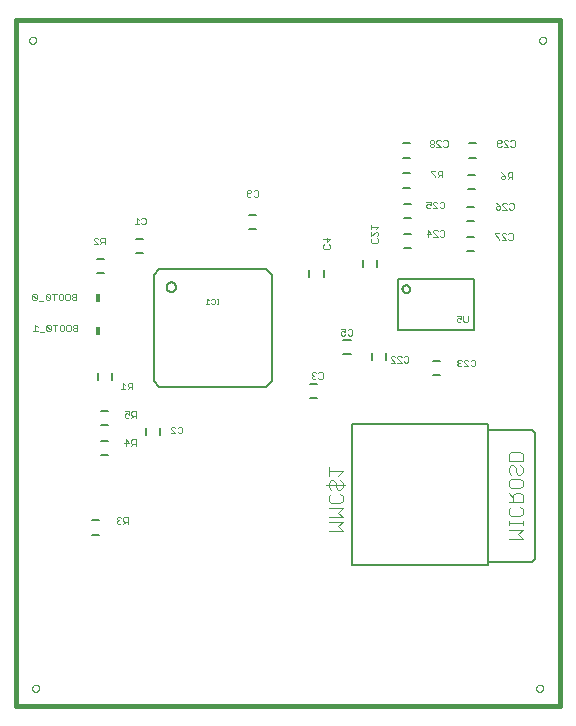
<source format=gbo>
G75*
%MOIN*%
%OFA0B0*%
%FSLAX25Y25*%
%IPPOS*%
%LPD*%
%AMOC8*
5,1,8,0,0,1.08239X$1,22.5*
%
%ADD10C,0.00000*%
%ADD11C,0.01600*%
%ADD12C,0.00600*%
%ADD13C,0.00200*%
%ADD14C,0.00800*%
%ADD15R,0.01800X0.03000*%
%ADD16C,0.00400*%
%ADD17C,0.00500*%
%ADD18C,0.00300*%
D10*
X0001900Y0002100D02*
X0001900Y0230801D01*
X0001900Y0231100D02*
X0183071Y0231100D01*
X0183071Y0002100D01*
X0001900Y0002100D01*
X0007219Y0008100D02*
X0007221Y0008169D01*
X0007227Y0008237D01*
X0007237Y0008305D01*
X0007251Y0008372D01*
X0007269Y0008439D01*
X0007290Y0008504D01*
X0007316Y0008568D01*
X0007345Y0008630D01*
X0007377Y0008690D01*
X0007413Y0008749D01*
X0007453Y0008805D01*
X0007495Y0008859D01*
X0007541Y0008910D01*
X0007590Y0008959D01*
X0007641Y0009005D01*
X0007695Y0009047D01*
X0007751Y0009087D01*
X0007809Y0009123D01*
X0007870Y0009155D01*
X0007932Y0009184D01*
X0007996Y0009210D01*
X0008061Y0009231D01*
X0008128Y0009249D01*
X0008195Y0009263D01*
X0008263Y0009273D01*
X0008331Y0009279D01*
X0008400Y0009281D01*
X0008469Y0009279D01*
X0008537Y0009273D01*
X0008605Y0009263D01*
X0008672Y0009249D01*
X0008739Y0009231D01*
X0008804Y0009210D01*
X0008868Y0009184D01*
X0008930Y0009155D01*
X0008990Y0009123D01*
X0009049Y0009087D01*
X0009105Y0009047D01*
X0009159Y0009005D01*
X0009210Y0008959D01*
X0009259Y0008910D01*
X0009305Y0008859D01*
X0009347Y0008805D01*
X0009387Y0008749D01*
X0009423Y0008690D01*
X0009455Y0008630D01*
X0009484Y0008568D01*
X0009510Y0008504D01*
X0009531Y0008439D01*
X0009549Y0008372D01*
X0009563Y0008305D01*
X0009573Y0008237D01*
X0009579Y0008169D01*
X0009581Y0008100D01*
X0009579Y0008031D01*
X0009573Y0007963D01*
X0009563Y0007895D01*
X0009549Y0007828D01*
X0009531Y0007761D01*
X0009510Y0007696D01*
X0009484Y0007632D01*
X0009455Y0007570D01*
X0009423Y0007509D01*
X0009387Y0007451D01*
X0009347Y0007395D01*
X0009305Y0007341D01*
X0009259Y0007290D01*
X0009210Y0007241D01*
X0009159Y0007195D01*
X0009105Y0007153D01*
X0009049Y0007113D01*
X0008991Y0007077D01*
X0008930Y0007045D01*
X0008868Y0007016D01*
X0008804Y0006990D01*
X0008739Y0006969D01*
X0008672Y0006951D01*
X0008605Y0006937D01*
X0008537Y0006927D01*
X0008469Y0006921D01*
X0008400Y0006919D01*
X0008331Y0006921D01*
X0008263Y0006927D01*
X0008195Y0006937D01*
X0008128Y0006951D01*
X0008061Y0006969D01*
X0007996Y0006990D01*
X0007932Y0007016D01*
X0007870Y0007045D01*
X0007809Y0007077D01*
X0007751Y0007113D01*
X0007695Y0007153D01*
X0007641Y0007195D01*
X0007590Y0007241D01*
X0007541Y0007290D01*
X0007495Y0007341D01*
X0007453Y0007395D01*
X0007413Y0007451D01*
X0007377Y0007509D01*
X0007345Y0007570D01*
X0007316Y0007632D01*
X0007290Y0007696D01*
X0007269Y0007761D01*
X0007251Y0007828D01*
X0007237Y0007895D01*
X0007227Y0007963D01*
X0007221Y0008031D01*
X0007219Y0008100D01*
X0175219Y0008100D02*
X0175221Y0008169D01*
X0175227Y0008237D01*
X0175237Y0008305D01*
X0175251Y0008372D01*
X0175269Y0008439D01*
X0175290Y0008504D01*
X0175316Y0008568D01*
X0175345Y0008630D01*
X0175377Y0008690D01*
X0175413Y0008749D01*
X0175453Y0008805D01*
X0175495Y0008859D01*
X0175541Y0008910D01*
X0175590Y0008959D01*
X0175641Y0009005D01*
X0175695Y0009047D01*
X0175751Y0009087D01*
X0175809Y0009123D01*
X0175870Y0009155D01*
X0175932Y0009184D01*
X0175996Y0009210D01*
X0176061Y0009231D01*
X0176128Y0009249D01*
X0176195Y0009263D01*
X0176263Y0009273D01*
X0176331Y0009279D01*
X0176400Y0009281D01*
X0176469Y0009279D01*
X0176537Y0009273D01*
X0176605Y0009263D01*
X0176672Y0009249D01*
X0176739Y0009231D01*
X0176804Y0009210D01*
X0176868Y0009184D01*
X0176930Y0009155D01*
X0176990Y0009123D01*
X0177049Y0009087D01*
X0177105Y0009047D01*
X0177159Y0009005D01*
X0177210Y0008959D01*
X0177259Y0008910D01*
X0177305Y0008859D01*
X0177347Y0008805D01*
X0177387Y0008749D01*
X0177423Y0008690D01*
X0177455Y0008630D01*
X0177484Y0008568D01*
X0177510Y0008504D01*
X0177531Y0008439D01*
X0177549Y0008372D01*
X0177563Y0008305D01*
X0177573Y0008237D01*
X0177579Y0008169D01*
X0177581Y0008100D01*
X0177579Y0008031D01*
X0177573Y0007963D01*
X0177563Y0007895D01*
X0177549Y0007828D01*
X0177531Y0007761D01*
X0177510Y0007696D01*
X0177484Y0007632D01*
X0177455Y0007570D01*
X0177423Y0007509D01*
X0177387Y0007451D01*
X0177347Y0007395D01*
X0177305Y0007341D01*
X0177259Y0007290D01*
X0177210Y0007241D01*
X0177159Y0007195D01*
X0177105Y0007153D01*
X0177049Y0007113D01*
X0176991Y0007077D01*
X0176930Y0007045D01*
X0176868Y0007016D01*
X0176804Y0006990D01*
X0176739Y0006969D01*
X0176672Y0006951D01*
X0176605Y0006937D01*
X0176537Y0006927D01*
X0176469Y0006921D01*
X0176400Y0006919D01*
X0176331Y0006921D01*
X0176263Y0006927D01*
X0176195Y0006937D01*
X0176128Y0006951D01*
X0176061Y0006969D01*
X0175996Y0006990D01*
X0175932Y0007016D01*
X0175870Y0007045D01*
X0175809Y0007077D01*
X0175751Y0007113D01*
X0175695Y0007153D01*
X0175641Y0007195D01*
X0175590Y0007241D01*
X0175541Y0007290D01*
X0175495Y0007341D01*
X0175453Y0007395D01*
X0175413Y0007451D01*
X0175377Y0007509D01*
X0175345Y0007570D01*
X0175316Y0007632D01*
X0175290Y0007696D01*
X0175269Y0007761D01*
X0175251Y0007828D01*
X0175237Y0007895D01*
X0175227Y0007963D01*
X0175221Y0008031D01*
X0175219Y0008100D01*
X0176219Y0224100D02*
X0176221Y0224169D01*
X0176227Y0224237D01*
X0176237Y0224305D01*
X0176251Y0224372D01*
X0176269Y0224439D01*
X0176290Y0224504D01*
X0176316Y0224568D01*
X0176345Y0224630D01*
X0176377Y0224690D01*
X0176413Y0224749D01*
X0176453Y0224805D01*
X0176495Y0224859D01*
X0176541Y0224910D01*
X0176590Y0224959D01*
X0176641Y0225005D01*
X0176695Y0225047D01*
X0176751Y0225087D01*
X0176809Y0225123D01*
X0176870Y0225155D01*
X0176932Y0225184D01*
X0176996Y0225210D01*
X0177061Y0225231D01*
X0177128Y0225249D01*
X0177195Y0225263D01*
X0177263Y0225273D01*
X0177331Y0225279D01*
X0177400Y0225281D01*
X0177469Y0225279D01*
X0177537Y0225273D01*
X0177605Y0225263D01*
X0177672Y0225249D01*
X0177739Y0225231D01*
X0177804Y0225210D01*
X0177868Y0225184D01*
X0177930Y0225155D01*
X0177990Y0225123D01*
X0178049Y0225087D01*
X0178105Y0225047D01*
X0178159Y0225005D01*
X0178210Y0224959D01*
X0178259Y0224910D01*
X0178305Y0224859D01*
X0178347Y0224805D01*
X0178387Y0224749D01*
X0178423Y0224690D01*
X0178455Y0224630D01*
X0178484Y0224568D01*
X0178510Y0224504D01*
X0178531Y0224439D01*
X0178549Y0224372D01*
X0178563Y0224305D01*
X0178573Y0224237D01*
X0178579Y0224169D01*
X0178581Y0224100D01*
X0178579Y0224031D01*
X0178573Y0223963D01*
X0178563Y0223895D01*
X0178549Y0223828D01*
X0178531Y0223761D01*
X0178510Y0223696D01*
X0178484Y0223632D01*
X0178455Y0223570D01*
X0178423Y0223509D01*
X0178387Y0223451D01*
X0178347Y0223395D01*
X0178305Y0223341D01*
X0178259Y0223290D01*
X0178210Y0223241D01*
X0178159Y0223195D01*
X0178105Y0223153D01*
X0178049Y0223113D01*
X0177991Y0223077D01*
X0177930Y0223045D01*
X0177868Y0223016D01*
X0177804Y0222990D01*
X0177739Y0222969D01*
X0177672Y0222951D01*
X0177605Y0222937D01*
X0177537Y0222927D01*
X0177469Y0222921D01*
X0177400Y0222919D01*
X0177331Y0222921D01*
X0177263Y0222927D01*
X0177195Y0222937D01*
X0177128Y0222951D01*
X0177061Y0222969D01*
X0176996Y0222990D01*
X0176932Y0223016D01*
X0176870Y0223045D01*
X0176809Y0223077D01*
X0176751Y0223113D01*
X0176695Y0223153D01*
X0176641Y0223195D01*
X0176590Y0223241D01*
X0176541Y0223290D01*
X0176495Y0223341D01*
X0176453Y0223395D01*
X0176413Y0223451D01*
X0176377Y0223509D01*
X0176345Y0223570D01*
X0176316Y0223632D01*
X0176290Y0223696D01*
X0176269Y0223761D01*
X0176251Y0223828D01*
X0176237Y0223895D01*
X0176227Y0223963D01*
X0176221Y0224031D01*
X0176219Y0224100D01*
X0006219Y0224100D02*
X0006221Y0224169D01*
X0006227Y0224237D01*
X0006237Y0224305D01*
X0006251Y0224372D01*
X0006269Y0224439D01*
X0006290Y0224504D01*
X0006316Y0224568D01*
X0006345Y0224630D01*
X0006377Y0224690D01*
X0006413Y0224749D01*
X0006453Y0224805D01*
X0006495Y0224859D01*
X0006541Y0224910D01*
X0006590Y0224959D01*
X0006641Y0225005D01*
X0006695Y0225047D01*
X0006751Y0225087D01*
X0006809Y0225123D01*
X0006870Y0225155D01*
X0006932Y0225184D01*
X0006996Y0225210D01*
X0007061Y0225231D01*
X0007128Y0225249D01*
X0007195Y0225263D01*
X0007263Y0225273D01*
X0007331Y0225279D01*
X0007400Y0225281D01*
X0007469Y0225279D01*
X0007537Y0225273D01*
X0007605Y0225263D01*
X0007672Y0225249D01*
X0007739Y0225231D01*
X0007804Y0225210D01*
X0007868Y0225184D01*
X0007930Y0225155D01*
X0007990Y0225123D01*
X0008049Y0225087D01*
X0008105Y0225047D01*
X0008159Y0225005D01*
X0008210Y0224959D01*
X0008259Y0224910D01*
X0008305Y0224859D01*
X0008347Y0224805D01*
X0008387Y0224749D01*
X0008423Y0224690D01*
X0008455Y0224630D01*
X0008484Y0224568D01*
X0008510Y0224504D01*
X0008531Y0224439D01*
X0008549Y0224372D01*
X0008563Y0224305D01*
X0008573Y0224237D01*
X0008579Y0224169D01*
X0008581Y0224100D01*
X0008579Y0224031D01*
X0008573Y0223963D01*
X0008563Y0223895D01*
X0008549Y0223828D01*
X0008531Y0223761D01*
X0008510Y0223696D01*
X0008484Y0223632D01*
X0008455Y0223570D01*
X0008423Y0223509D01*
X0008387Y0223451D01*
X0008347Y0223395D01*
X0008305Y0223341D01*
X0008259Y0223290D01*
X0008210Y0223241D01*
X0008159Y0223195D01*
X0008105Y0223153D01*
X0008049Y0223113D01*
X0007991Y0223077D01*
X0007930Y0223045D01*
X0007868Y0223016D01*
X0007804Y0222990D01*
X0007739Y0222969D01*
X0007672Y0222951D01*
X0007605Y0222937D01*
X0007537Y0222927D01*
X0007469Y0222921D01*
X0007400Y0222919D01*
X0007331Y0222921D01*
X0007263Y0222927D01*
X0007195Y0222937D01*
X0007128Y0222951D01*
X0007061Y0222969D01*
X0006996Y0222990D01*
X0006932Y0223016D01*
X0006870Y0223045D01*
X0006809Y0223077D01*
X0006751Y0223113D01*
X0006695Y0223153D01*
X0006641Y0223195D01*
X0006590Y0223241D01*
X0006541Y0223290D01*
X0006495Y0223341D01*
X0006453Y0223395D01*
X0006413Y0223451D01*
X0006377Y0223509D01*
X0006345Y0223570D01*
X0006316Y0223632D01*
X0006290Y0223696D01*
X0006269Y0223761D01*
X0006251Y0223828D01*
X0006237Y0223895D01*
X0006227Y0223963D01*
X0006221Y0224031D01*
X0006219Y0224100D01*
D11*
X0001900Y0230900D02*
X0001900Y0002100D01*
X0183200Y0002100D01*
X0183200Y0230900D01*
X0001900Y0230900D01*
D12*
X0041969Y0157962D02*
X0044331Y0157962D01*
X0044331Y0153238D02*
X0041969Y0153238D01*
X0047715Y0145817D02*
X0047715Y0110383D01*
X0049683Y0108415D01*
X0085117Y0108415D01*
X0087085Y0110383D01*
X0087085Y0145817D01*
X0085117Y0147785D01*
X0049683Y0147785D01*
X0047715Y0145817D01*
X0052045Y0141880D02*
X0052047Y0141959D01*
X0052053Y0142038D01*
X0052063Y0142117D01*
X0052077Y0142195D01*
X0052094Y0142272D01*
X0052116Y0142348D01*
X0052141Y0142423D01*
X0052171Y0142496D01*
X0052203Y0142568D01*
X0052240Y0142639D01*
X0052280Y0142707D01*
X0052323Y0142773D01*
X0052369Y0142837D01*
X0052419Y0142899D01*
X0052472Y0142958D01*
X0052527Y0143014D01*
X0052586Y0143068D01*
X0052647Y0143118D01*
X0052710Y0143166D01*
X0052776Y0143210D01*
X0052844Y0143251D01*
X0052914Y0143288D01*
X0052985Y0143322D01*
X0053059Y0143352D01*
X0053133Y0143378D01*
X0053209Y0143400D01*
X0053286Y0143419D01*
X0053364Y0143434D01*
X0053442Y0143445D01*
X0053521Y0143452D01*
X0053600Y0143455D01*
X0053679Y0143454D01*
X0053758Y0143449D01*
X0053837Y0143440D01*
X0053915Y0143427D01*
X0053992Y0143410D01*
X0054069Y0143390D01*
X0054144Y0143365D01*
X0054218Y0143337D01*
X0054291Y0143305D01*
X0054361Y0143270D01*
X0054430Y0143231D01*
X0054497Y0143188D01*
X0054562Y0143142D01*
X0054624Y0143094D01*
X0054684Y0143042D01*
X0054741Y0142987D01*
X0054795Y0142929D01*
X0054846Y0142869D01*
X0054894Y0142806D01*
X0054939Y0142741D01*
X0054981Y0142673D01*
X0055019Y0142604D01*
X0055053Y0142533D01*
X0055084Y0142460D01*
X0055112Y0142385D01*
X0055135Y0142310D01*
X0055155Y0142233D01*
X0055171Y0142156D01*
X0055183Y0142077D01*
X0055191Y0141999D01*
X0055195Y0141920D01*
X0055195Y0141840D01*
X0055191Y0141761D01*
X0055183Y0141683D01*
X0055171Y0141604D01*
X0055155Y0141527D01*
X0055135Y0141450D01*
X0055112Y0141375D01*
X0055084Y0141300D01*
X0055053Y0141227D01*
X0055019Y0141156D01*
X0054981Y0141087D01*
X0054939Y0141019D01*
X0054894Y0140954D01*
X0054846Y0140891D01*
X0054795Y0140831D01*
X0054741Y0140773D01*
X0054684Y0140718D01*
X0054624Y0140666D01*
X0054562Y0140618D01*
X0054497Y0140572D01*
X0054430Y0140529D01*
X0054361Y0140490D01*
X0054291Y0140455D01*
X0054218Y0140423D01*
X0054144Y0140395D01*
X0054069Y0140370D01*
X0053992Y0140350D01*
X0053915Y0140333D01*
X0053837Y0140320D01*
X0053758Y0140311D01*
X0053679Y0140306D01*
X0053600Y0140305D01*
X0053521Y0140308D01*
X0053442Y0140315D01*
X0053364Y0140326D01*
X0053286Y0140341D01*
X0053209Y0140360D01*
X0053133Y0140382D01*
X0053059Y0140408D01*
X0052985Y0140438D01*
X0052914Y0140472D01*
X0052844Y0140509D01*
X0052776Y0140550D01*
X0052710Y0140594D01*
X0052647Y0140642D01*
X0052586Y0140692D01*
X0052527Y0140746D01*
X0052472Y0140802D01*
X0052419Y0140861D01*
X0052369Y0140923D01*
X0052323Y0140987D01*
X0052280Y0141053D01*
X0052240Y0141121D01*
X0052203Y0141192D01*
X0052171Y0141264D01*
X0052141Y0141337D01*
X0052116Y0141412D01*
X0052094Y0141488D01*
X0052077Y0141565D01*
X0052063Y0141643D01*
X0052053Y0141722D01*
X0052047Y0141801D01*
X0052045Y0141880D01*
X0031081Y0146488D02*
X0028719Y0146488D01*
X0028719Y0151212D02*
X0031081Y0151212D01*
X0029038Y0113281D02*
X0029038Y0110919D01*
X0033762Y0110919D02*
X0033762Y0113281D01*
X0032581Y0100462D02*
X0030219Y0100462D01*
X0030219Y0095738D02*
X0032581Y0095738D01*
X0032581Y0090462D02*
X0030219Y0090462D01*
X0030219Y0085738D02*
X0032581Y0085738D01*
X0045038Y0092669D02*
X0045038Y0095031D01*
X0049762Y0095031D02*
X0049762Y0092669D01*
X0029481Y0064062D02*
X0027119Y0064062D01*
X0027119Y0059338D02*
X0029481Y0059338D01*
X0099919Y0104938D02*
X0102281Y0104938D01*
X0102281Y0109662D02*
X0099919Y0109662D01*
X0111019Y0119388D02*
X0113381Y0119388D01*
X0113381Y0124112D02*
X0111019Y0124112D01*
X0120538Y0119781D02*
X0120538Y0117419D01*
X0125262Y0117419D02*
X0125262Y0119781D01*
X0140719Y0117212D02*
X0143081Y0117212D01*
X0143081Y0112488D02*
X0140719Y0112488D01*
X0122262Y0148419D02*
X0122262Y0150781D01*
X0117538Y0150781D02*
X0117538Y0148419D01*
X0104412Y0147581D02*
X0104412Y0145219D01*
X0099688Y0145219D02*
X0099688Y0147581D01*
X0081881Y0161088D02*
X0079519Y0161088D01*
X0079519Y0165812D02*
X0081881Y0165812D01*
X0131219Y0164738D02*
X0133581Y0164738D01*
X0133581Y0169462D02*
X0131219Y0169462D01*
X0130969Y0174988D02*
X0133331Y0174988D01*
X0133331Y0179712D02*
X0130969Y0179712D01*
X0130969Y0184988D02*
X0133331Y0184988D01*
X0133331Y0189712D02*
X0130969Y0189712D01*
X0152969Y0189712D02*
X0155331Y0189712D01*
X0155331Y0184988D02*
X0152969Y0184988D01*
X0152469Y0179212D02*
X0154831Y0179212D01*
X0154831Y0174488D02*
X0152469Y0174488D01*
X0152219Y0168462D02*
X0154581Y0168462D01*
X0154581Y0163738D02*
X0152219Y0163738D01*
X0152219Y0158462D02*
X0154581Y0158462D01*
X0154581Y0153738D02*
X0152219Y0153738D01*
X0133581Y0154738D02*
X0131219Y0154738D01*
X0131219Y0159462D02*
X0133581Y0159462D01*
D13*
X0138762Y0159701D02*
X0140230Y0159701D01*
X0139129Y0160802D01*
X0139129Y0158600D01*
X0140972Y0158600D02*
X0142440Y0158600D01*
X0140972Y0160068D01*
X0140972Y0160435D01*
X0141339Y0160802D01*
X0142073Y0160802D01*
X0142440Y0160435D01*
X0143182Y0160435D02*
X0143549Y0160802D01*
X0144283Y0160802D01*
X0144650Y0160435D01*
X0144650Y0158967D01*
X0144283Y0158600D01*
X0143549Y0158600D01*
X0143182Y0158967D01*
X0143449Y0168100D02*
X0143082Y0168467D01*
X0143449Y0168100D02*
X0144183Y0168100D01*
X0144550Y0168467D01*
X0144550Y0169935D01*
X0144183Y0170302D01*
X0143449Y0170302D01*
X0143082Y0169935D01*
X0142340Y0169935D02*
X0141973Y0170302D01*
X0141239Y0170302D01*
X0140872Y0169935D01*
X0140872Y0169568D01*
X0142340Y0168100D01*
X0140872Y0168100D01*
X0140130Y0168467D02*
X0139763Y0168100D01*
X0139029Y0168100D01*
X0138662Y0168467D01*
X0138662Y0169201D01*
X0139029Y0169568D01*
X0139396Y0169568D01*
X0140130Y0169201D01*
X0140130Y0170302D01*
X0138662Y0170302D01*
X0141690Y0178450D02*
X0141690Y0178817D01*
X0140222Y0180285D01*
X0140222Y0180652D01*
X0141690Y0180652D01*
X0142432Y0180285D02*
X0142432Y0179551D01*
X0142799Y0179184D01*
X0143900Y0179184D01*
X0143166Y0179184D02*
X0142432Y0178450D01*
X0143900Y0178450D02*
X0143900Y0180652D01*
X0142799Y0180652D01*
X0142432Y0180285D01*
X0142022Y0188550D02*
X0143490Y0188550D01*
X0142022Y0190018D01*
X0142022Y0190385D01*
X0142389Y0190752D01*
X0143123Y0190752D01*
X0143490Y0190385D01*
X0144232Y0190385D02*
X0144599Y0190752D01*
X0145333Y0190752D01*
X0145700Y0190385D01*
X0145700Y0188917D01*
X0145333Y0188550D01*
X0144599Y0188550D01*
X0144232Y0188917D01*
X0141280Y0188917D02*
X0140913Y0188550D01*
X0140179Y0188550D01*
X0139812Y0188917D01*
X0139812Y0189284D01*
X0140179Y0189651D01*
X0140913Y0189651D01*
X0141280Y0190018D01*
X0141280Y0190385D01*
X0140913Y0190752D01*
X0140179Y0190752D01*
X0139812Y0190385D01*
X0139812Y0190018D01*
X0140179Y0189651D01*
X0140913Y0189651D02*
X0141280Y0189284D01*
X0141280Y0188917D01*
X0162242Y0189017D02*
X0162609Y0188650D01*
X0163343Y0188650D01*
X0163710Y0189017D01*
X0163343Y0189751D02*
X0162242Y0189751D01*
X0162242Y0190485D02*
X0162609Y0190852D01*
X0163343Y0190852D01*
X0163710Y0190485D01*
X0163710Y0190118D01*
X0163343Y0189751D01*
X0164452Y0190118D02*
X0164452Y0190485D01*
X0164819Y0190852D01*
X0165553Y0190852D01*
X0165920Y0190485D01*
X0166662Y0190485D02*
X0167029Y0190852D01*
X0167763Y0190852D01*
X0168130Y0190485D01*
X0168130Y0189017D01*
X0167763Y0188650D01*
X0167029Y0188650D01*
X0166662Y0189017D01*
X0165920Y0188650D02*
X0164452Y0190118D01*
X0164452Y0188650D02*
X0165920Y0188650D01*
X0162242Y0189017D02*
X0162242Y0190485D01*
X0163542Y0180052D02*
X0164276Y0179685D01*
X0165010Y0178951D01*
X0163909Y0178951D01*
X0163542Y0178584D01*
X0163542Y0178217D01*
X0163909Y0177850D01*
X0164643Y0177850D01*
X0165010Y0178217D01*
X0165010Y0178951D01*
X0165752Y0178951D02*
X0166119Y0178584D01*
X0167220Y0178584D01*
X0167220Y0177850D02*
X0167220Y0180052D01*
X0166119Y0180052D01*
X0165752Y0179685D01*
X0165752Y0178951D01*
X0166486Y0178584D02*
X0165752Y0177850D01*
X0165123Y0169902D02*
X0164389Y0169902D01*
X0164022Y0169535D01*
X0164022Y0169168D01*
X0165490Y0167700D01*
X0164022Y0167700D01*
X0163280Y0168067D02*
X0162913Y0167700D01*
X0162179Y0167700D01*
X0161812Y0168067D01*
X0161812Y0168434D01*
X0162179Y0168801D01*
X0163280Y0168801D01*
X0163280Y0168067D01*
X0163280Y0168801D02*
X0162546Y0169535D01*
X0161812Y0169902D01*
X0165123Y0169902D02*
X0165490Y0169535D01*
X0166232Y0169535D02*
X0166599Y0169902D01*
X0167333Y0169902D01*
X0167700Y0169535D01*
X0167700Y0168067D01*
X0167333Y0167700D01*
X0166599Y0167700D01*
X0166232Y0168067D01*
X0166299Y0159802D02*
X0167033Y0159802D01*
X0167400Y0159435D01*
X0167400Y0157967D01*
X0167033Y0157600D01*
X0166299Y0157600D01*
X0165932Y0157967D01*
X0165190Y0157600D02*
X0163722Y0159068D01*
X0163722Y0159435D01*
X0164089Y0159802D01*
X0164823Y0159802D01*
X0165190Y0159435D01*
X0165932Y0159435D02*
X0166299Y0159802D01*
X0165190Y0157600D02*
X0163722Y0157600D01*
X0162980Y0157600D02*
X0162980Y0157967D01*
X0161512Y0159435D01*
X0161512Y0159802D01*
X0162980Y0159802D01*
X0152470Y0132252D02*
X0152470Y0130417D01*
X0152103Y0130050D01*
X0151369Y0130050D01*
X0151002Y0130417D01*
X0151002Y0132252D01*
X0150260Y0132252D02*
X0150260Y0131151D01*
X0149526Y0131518D01*
X0149159Y0131518D01*
X0148792Y0131151D01*
X0148792Y0130417D01*
X0149159Y0130050D01*
X0149893Y0130050D01*
X0150260Y0130417D01*
X0150260Y0132252D02*
X0148792Y0132252D01*
X0149379Y0117652D02*
X0149012Y0117285D01*
X0149012Y0116918D01*
X0149379Y0116551D01*
X0149012Y0116184D01*
X0149012Y0115817D01*
X0149379Y0115450D01*
X0150113Y0115450D01*
X0150480Y0115817D01*
X0151222Y0115450D02*
X0152690Y0115450D01*
X0151222Y0116918D01*
X0151222Y0117285D01*
X0151589Y0117652D01*
X0152323Y0117652D01*
X0152690Y0117285D01*
X0153432Y0117285D02*
X0153799Y0117652D01*
X0154533Y0117652D01*
X0154900Y0117285D01*
X0154900Y0115817D01*
X0154533Y0115450D01*
X0153799Y0115450D01*
X0153432Y0115817D01*
X0150480Y0117285D02*
X0150113Y0117652D01*
X0149379Y0117652D01*
X0149379Y0116551D02*
X0149746Y0116551D01*
X0132600Y0117067D02*
X0132233Y0116700D01*
X0131499Y0116700D01*
X0131132Y0117067D01*
X0130390Y0116700D02*
X0128922Y0118168D01*
X0128922Y0118535D01*
X0129289Y0118902D01*
X0130023Y0118902D01*
X0130390Y0118535D01*
X0131132Y0118535D02*
X0131499Y0118902D01*
X0132233Y0118902D01*
X0132600Y0118535D01*
X0132600Y0117067D01*
X0130390Y0116700D02*
X0128922Y0116700D01*
X0128180Y0116700D02*
X0126712Y0118168D01*
X0126712Y0118535D01*
X0127079Y0118902D01*
X0127813Y0118902D01*
X0128180Y0118535D01*
X0128180Y0116700D02*
X0126712Y0116700D01*
X0113900Y0126067D02*
X0113533Y0125700D01*
X0112799Y0125700D01*
X0112432Y0126067D01*
X0111690Y0126067D02*
X0111323Y0125700D01*
X0110589Y0125700D01*
X0110222Y0126067D01*
X0110222Y0126801D01*
X0110589Y0127168D01*
X0110956Y0127168D01*
X0111690Y0126801D01*
X0111690Y0127902D01*
X0110222Y0127902D01*
X0112432Y0127535D02*
X0112799Y0127902D01*
X0113533Y0127902D01*
X0113900Y0127535D01*
X0113900Y0126067D01*
X0103753Y0113452D02*
X0103019Y0113452D01*
X0102652Y0113085D01*
X0101910Y0113085D02*
X0101543Y0113452D01*
X0100809Y0113452D01*
X0100442Y0113085D01*
X0100442Y0112718D01*
X0100809Y0112351D01*
X0100442Y0111984D01*
X0100442Y0111617D01*
X0100809Y0111250D01*
X0101543Y0111250D01*
X0101910Y0111617D01*
X0102652Y0111617D02*
X0103019Y0111250D01*
X0103753Y0111250D01*
X0104120Y0111617D01*
X0104120Y0113085D01*
X0103753Y0113452D01*
X0101176Y0112351D02*
X0100809Y0112351D01*
X0104667Y0154600D02*
X0104300Y0154967D01*
X0104300Y0155701D01*
X0104667Y0156068D01*
X0105401Y0156810D02*
X0105401Y0158278D01*
X0106502Y0157911D02*
X0105401Y0156810D01*
X0106135Y0156068D02*
X0106502Y0155701D01*
X0106502Y0154967D01*
X0106135Y0154600D01*
X0104667Y0154600D01*
X0104300Y0157911D02*
X0106502Y0157911D01*
X0120300Y0157721D02*
X0120667Y0158088D01*
X0120300Y0157721D02*
X0120300Y0156987D01*
X0120667Y0156620D01*
X0122135Y0156620D01*
X0122502Y0156987D01*
X0122502Y0157721D01*
X0122135Y0158088D01*
X0122135Y0158830D02*
X0122502Y0159197D01*
X0122502Y0159931D01*
X0122135Y0160298D01*
X0121768Y0160298D01*
X0120300Y0158830D01*
X0120300Y0160298D01*
X0120300Y0161040D02*
X0120300Y0162508D01*
X0120300Y0161774D02*
X0122502Y0161774D01*
X0121768Y0161040D01*
X0082500Y0172367D02*
X0082133Y0172000D01*
X0081399Y0172000D01*
X0081032Y0172367D01*
X0080290Y0172367D02*
X0079923Y0172000D01*
X0079189Y0172000D01*
X0078822Y0172367D01*
X0078822Y0173835D01*
X0079189Y0174202D01*
X0079923Y0174202D01*
X0080290Y0173835D01*
X0080290Y0173468D01*
X0079923Y0173101D01*
X0078822Y0173101D01*
X0081032Y0173835D02*
X0081399Y0174202D01*
X0082133Y0174202D01*
X0082500Y0173835D01*
X0082500Y0172367D01*
X0045050Y0164585D02*
X0045050Y0163117D01*
X0044683Y0162750D01*
X0043949Y0162750D01*
X0043582Y0163117D01*
X0042840Y0162750D02*
X0041372Y0162750D01*
X0042106Y0162750D02*
X0042106Y0164952D01*
X0042840Y0164218D01*
X0043582Y0164585D02*
X0043949Y0164952D01*
X0044683Y0164952D01*
X0045050Y0164585D01*
X0031420Y0158302D02*
X0031420Y0156100D01*
X0031420Y0156834D02*
X0030319Y0156834D01*
X0029952Y0157201D01*
X0029952Y0157935D01*
X0030319Y0158302D01*
X0031420Y0158302D01*
X0030686Y0156834D02*
X0029952Y0156100D01*
X0029210Y0156100D02*
X0027742Y0157568D01*
X0027742Y0157935D01*
X0028109Y0158302D01*
X0028843Y0158302D01*
X0029210Y0157935D01*
X0029210Y0156100D02*
X0027742Y0156100D01*
X0022000Y0139702D02*
X0020899Y0139702D01*
X0020532Y0139335D01*
X0020532Y0138968D01*
X0020899Y0138601D01*
X0022000Y0138601D01*
X0022000Y0137500D02*
X0022000Y0139702D01*
X0020899Y0138601D02*
X0020532Y0138234D01*
X0020532Y0137867D01*
X0020899Y0137500D01*
X0022000Y0137500D01*
X0019790Y0137867D02*
X0019423Y0137500D01*
X0018689Y0137500D01*
X0018322Y0137867D01*
X0018322Y0139335D01*
X0018689Y0139702D01*
X0019423Y0139702D01*
X0019790Y0139335D01*
X0019790Y0137867D01*
X0017580Y0137867D02*
X0017213Y0137500D01*
X0016479Y0137500D01*
X0016112Y0137867D01*
X0016112Y0139335D01*
X0016479Y0139702D01*
X0017213Y0139702D01*
X0017580Y0139335D01*
X0017580Y0137867D01*
X0015370Y0139702D02*
X0013902Y0139702D01*
X0014636Y0139702D02*
X0014636Y0137500D01*
X0013160Y0137867D02*
X0011693Y0139335D01*
X0011693Y0137867D01*
X0012060Y0137500D01*
X0012794Y0137500D01*
X0013160Y0137867D01*
X0013160Y0139335D01*
X0012794Y0139702D01*
X0012060Y0139702D01*
X0011693Y0139335D01*
X0010951Y0137133D02*
X0009483Y0137133D01*
X0008741Y0137867D02*
X0007273Y0139335D01*
X0007273Y0137867D01*
X0007640Y0137500D01*
X0008374Y0137500D01*
X0008741Y0137867D01*
X0008741Y0139335D01*
X0008374Y0139702D01*
X0007640Y0139702D01*
X0007273Y0139335D01*
X0008307Y0129302D02*
X0008307Y0127100D01*
X0009041Y0127100D02*
X0007573Y0127100D01*
X0009041Y0128568D02*
X0008307Y0129302D01*
X0009783Y0126733D02*
X0011251Y0126733D01*
X0011993Y0127467D02*
X0012360Y0127100D01*
X0013094Y0127100D01*
X0013460Y0127467D01*
X0011993Y0128935D01*
X0011993Y0127467D01*
X0013460Y0127467D02*
X0013460Y0128935D01*
X0013094Y0129302D01*
X0012360Y0129302D01*
X0011993Y0128935D01*
X0014202Y0129302D02*
X0015670Y0129302D01*
X0014936Y0129302D02*
X0014936Y0127100D01*
X0016412Y0127467D02*
X0016412Y0128935D01*
X0016779Y0129302D01*
X0017513Y0129302D01*
X0017880Y0128935D01*
X0017880Y0127467D01*
X0017513Y0127100D01*
X0016779Y0127100D01*
X0016412Y0127467D01*
X0018622Y0127467D02*
X0018622Y0128935D01*
X0018989Y0129302D01*
X0019723Y0129302D01*
X0020090Y0128935D01*
X0020090Y0127467D01*
X0019723Y0127100D01*
X0018989Y0127100D01*
X0018622Y0127467D01*
X0020832Y0127467D02*
X0021199Y0127100D01*
X0022300Y0127100D01*
X0022300Y0129302D01*
X0021199Y0129302D01*
X0020832Y0128935D01*
X0020832Y0128568D01*
X0021199Y0128201D01*
X0022300Y0128201D01*
X0021199Y0128201D02*
X0020832Y0127834D01*
X0020832Y0127467D01*
X0036842Y0107750D02*
X0038310Y0107750D01*
X0037576Y0107750D02*
X0037576Y0109952D01*
X0038310Y0109218D01*
X0039052Y0109585D02*
X0039052Y0108851D01*
X0039419Y0108484D01*
X0040520Y0108484D01*
X0040520Y0107750D02*
X0040520Y0109952D01*
X0039419Y0109952D01*
X0039052Y0109585D01*
X0039786Y0108484D02*
X0039052Y0107750D01*
X0039590Y0100452D02*
X0038122Y0100452D01*
X0038489Y0099718D02*
X0038122Y0099351D01*
X0038122Y0098617D01*
X0038489Y0098250D01*
X0039223Y0098250D01*
X0039590Y0098617D01*
X0039590Y0099351D02*
X0038856Y0099718D01*
X0038489Y0099718D01*
X0039590Y0099351D02*
X0039590Y0100452D01*
X0040332Y0100085D02*
X0040699Y0100452D01*
X0041800Y0100452D01*
X0041800Y0098250D01*
X0041800Y0098984D02*
X0040699Y0098984D01*
X0040332Y0099351D01*
X0040332Y0100085D01*
X0041066Y0098984D02*
X0040332Y0098250D01*
X0040599Y0091052D02*
X0040232Y0090685D01*
X0040232Y0089951D01*
X0040599Y0089584D01*
X0041700Y0089584D01*
X0040966Y0089584D02*
X0040232Y0088850D01*
X0039490Y0089951D02*
X0038022Y0089951D01*
X0038389Y0088850D02*
X0038389Y0091052D01*
X0039490Y0089951D01*
X0040599Y0091052D02*
X0041700Y0091052D01*
X0041700Y0088850D01*
X0053492Y0093150D02*
X0054960Y0093150D01*
X0053492Y0094618D01*
X0053492Y0094985D01*
X0053859Y0095352D01*
X0054593Y0095352D01*
X0054960Y0094985D01*
X0055702Y0094985D02*
X0056069Y0095352D01*
X0056803Y0095352D01*
X0057170Y0094985D01*
X0057170Y0093517D01*
X0056803Y0093150D01*
X0056069Y0093150D01*
X0055702Y0093517D01*
X0039100Y0065152D02*
X0037999Y0065152D01*
X0037632Y0064785D01*
X0037632Y0064051D01*
X0037999Y0063684D01*
X0039100Y0063684D01*
X0038366Y0063684D02*
X0037632Y0062950D01*
X0036890Y0063317D02*
X0036523Y0062950D01*
X0035789Y0062950D01*
X0035422Y0063317D01*
X0035422Y0063684D01*
X0035789Y0064051D01*
X0036156Y0064051D01*
X0035789Y0064051D02*
X0035422Y0064418D01*
X0035422Y0064785D01*
X0035789Y0065152D01*
X0036523Y0065152D01*
X0036890Y0064785D01*
X0039100Y0065152D02*
X0039100Y0062950D01*
D14*
X0129302Y0127635D02*
X0129302Y0144565D01*
X0154498Y0144565D01*
X0154498Y0127635D01*
X0129302Y0127635D01*
X0130679Y0141218D02*
X0130681Y0141289D01*
X0130687Y0141360D01*
X0130697Y0141431D01*
X0130711Y0141500D01*
X0130728Y0141569D01*
X0130750Y0141637D01*
X0130775Y0141704D01*
X0130804Y0141769D01*
X0130836Y0141832D01*
X0130872Y0141894D01*
X0130911Y0141953D01*
X0130954Y0142010D01*
X0130999Y0142065D01*
X0131048Y0142117D01*
X0131099Y0142166D01*
X0131153Y0142212D01*
X0131210Y0142256D01*
X0131268Y0142296D01*
X0131329Y0142332D01*
X0131392Y0142366D01*
X0131457Y0142395D01*
X0131523Y0142421D01*
X0131591Y0142444D01*
X0131659Y0142462D01*
X0131729Y0142477D01*
X0131799Y0142488D01*
X0131870Y0142495D01*
X0131941Y0142498D01*
X0132012Y0142497D01*
X0132083Y0142492D01*
X0132154Y0142483D01*
X0132224Y0142470D01*
X0132293Y0142454D01*
X0132361Y0142433D01*
X0132428Y0142409D01*
X0132494Y0142381D01*
X0132557Y0142349D01*
X0132619Y0142314D01*
X0132679Y0142276D01*
X0132737Y0142234D01*
X0132792Y0142190D01*
X0132845Y0142142D01*
X0132895Y0142091D01*
X0132942Y0142038D01*
X0132986Y0141982D01*
X0133027Y0141924D01*
X0133065Y0141863D01*
X0133099Y0141801D01*
X0133129Y0141736D01*
X0133156Y0141671D01*
X0133180Y0141603D01*
X0133199Y0141535D01*
X0133215Y0141466D01*
X0133227Y0141395D01*
X0133235Y0141325D01*
X0133239Y0141254D01*
X0133239Y0141182D01*
X0133235Y0141111D01*
X0133227Y0141041D01*
X0133215Y0140970D01*
X0133199Y0140901D01*
X0133180Y0140833D01*
X0133156Y0140765D01*
X0133129Y0140700D01*
X0133099Y0140635D01*
X0133065Y0140573D01*
X0133027Y0140512D01*
X0132986Y0140454D01*
X0132942Y0140398D01*
X0132895Y0140345D01*
X0132845Y0140294D01*
X0132792Y0140246D01*
X0132737Y0140202D01*
X0132679Y0140160D01*
X0132619Y0140122D01*
X0132557Y0140087D01*
X0132494Y0140055D01*
X0132428Y0140027D01*
X0132361Y0140003D01*
X0132293Y0139982D01*
X0132224Y0139966D01*
X0132154Y0139953D01*
X0132083Y0139944D01*
X0132012Y0139939D01*
X0131941Y0139938D01*
X0131870Y0139941D01*
X0131799Y0139948D01*
X0131729Y0139959D01*
X0131659Y0139974D01*
X0131591Y0139992D01*
X0131523Y0140015D01*
X0131457Y0140041D01*
X0131392Y0140070D01*
X0131329Y0140104D01*
X0131268Y0140140D01*
X0131210Y0140180D01*
X0131153Y0140224D01*
X0131099Y0140270D01*
X0131048Y0140319D01*
X0130999Y0140371D01*
X0130954Y0140426D01*
X0130911Y0140483D01*
X0130872Y0140542D01*
X0130836Y0140604D01*
X0130804Y0140667D01*
X0130775Y0140732D01*
X0130750Y0140799D01*
X0130728Y0140867D01*
X0130711Y0140936D01*
X0130697Y0141005D01*
X0130687Y0141076D01*
X0130681Y0141147D01*
X0130679Y0141218D01*
D15*
X0029100Y0138100D03*
X0029100Y0127100D03*
D16*
X0105333Y0075877D02*
X0111471Y0075877D01*
X0110704Y0076644D02*
X0109937Y0077411D01*
X0110704Y0076644D02*
X0110704Y0075109D01*
X0109937Y0074342D01*
X0109169Y0074342D01*
X0108402Y0075109D01*
X0108402Y0076644D01*
X0107635Y0077411D01*
X0106867Y0077411D01*
X0106100Y0076644D01*
X0106100Y0075109D01*
X0106867Y0074342D01*
X0106867Y0072807D02*
X0106100Y0072040D01*
X0106100Y0070505D01*
X0106867Y0069738D01*
X0109937Y0069738D01*
X0110704Y0070505D01*
X0110704Y0072040D01*
X0109937Y0072807D01*
X0110704Y0068204D02*
X0106100Y0068204D01*
X0109169Y0066669D02*
X0110704Y0068204D01*
X0109169Y0066669D02*
X0110704Y0065134D01*
X0106100Y0065134D01*
X0106100Y0063600D02*
X0110704Y0063600D01*
X0109169Y0062065D01*
X0110704Y0060530D01*
X0106100Y0060530D01*
X0106100Y0078946D02*
X0106100Y0082015D01*
X0106100Y0080481D02*
X0110704Y0080481D01*
X0109169Y0078946D01*
X0166100Y0080109D02*
X0166867Y0079342D01*
X0166100Y0080109D02*
X0166100Y0081644D01*
X0166867Y0082411D01*
X0167635Y0082411D01*
X0168402Y0081644D01*
X0168402Y0080109D01*
X0169169Y0079342D01*
X0169937Y0079342D01*
X0170704Y0080109D01*
X0170704Y0081644D01*
X0169937Y0082411D01*
X0170704Y0083946D02*
X0170704Y0086248D01*
X0169937Y0087015D01*
X0166867Y0087015D01*
X0166100Y0086248D01*
X0166100Y0083946D01*
X0170704Y0083946D01*
X0169937Y0077807D02*
X0166867Y0077807D01*
X0166100Y0077040D01*
X0166100Y0075505D01*
X0166867Y0074738D01*
X0169937Y0074738D01*
X0170704Y0075505D01*
X0170704Y0077040D01*
X0169937Y0077807D01*
X0169937Y0073204D02*
X0168402Y0073204D01*
X0167635Y0072436D01*
X0167635Y0070134D01*
X0167635Y0071669D02*
X0166100Y0073204D01*
X0166100Y0070134D02*
X0170704Y0070134D01*
X0170704Y0072436D01*
X0169937Y0073204D01*
X0169937Y0068600D02*
X0170704Y0067832D01*
X0170704Y0066298D01*
X0169937Y0065530D01*
X0166867Y0065530D01*
X0166100Y0066298D01*
X0166100Y0067832D01*
X0166867Y0068600D01*
X0166100Y0063996D02*
X0166100Y0062461D01*
X0166100Y0063228D02*
X0170704Y0063228D01*
X0170704Y0062461D02*
X0170704Y0063996D01*
X0170704Y0060926D02*
X0166100Y0060926D01*
X0166100Y0057857D02*
X0170704Y0057857D01*
X0169169Y0059392D01*
X0170704Y0060926D01*
D17*
X0174900Y0051350D02*
X0173900Y0050350D01*
X0159300Y0050350D01*
X0159300Y0094350D01*
X0159300Y0096250D01*
X0159200Y0096250D02*
X0159200Y0096350D01*
X0113800Y0096350D01*
X0113800Y0096250D02*
X0113800Y0049250D01*
X0159300Y0049250D01*
X0159300Y0050350D01*
X0174900Y0051350D02*
X0174900Y0093350D01*
X0173900Y0094350D01*
X0159300Y0094350D01*
D18*
X0069319Y0136256D02*
X0068752Y0136256D01*
X0069036Y0136256D02*
X0069036Y0137958D01*
X0069319Y0137958D02*
X0068752Y0137958D01*
X0068091Y0137674D02*
X0068091Y0136540D01*
X0067808Y0136256D01*
X0067241Y0136256D01*
X0066957Y0136540D01*
X0066250Y0136256D02*
X0065116Y0136256D01*
X0065683Y0136256D02*
X0065683Y0137958D01*
X0066250Y0137391D01*
X0066957Y0137674D02*
X0067241Y0137958D01*
X0067808Y0137958D01*
X0068091Y0137674D01*
M02*

</source>
